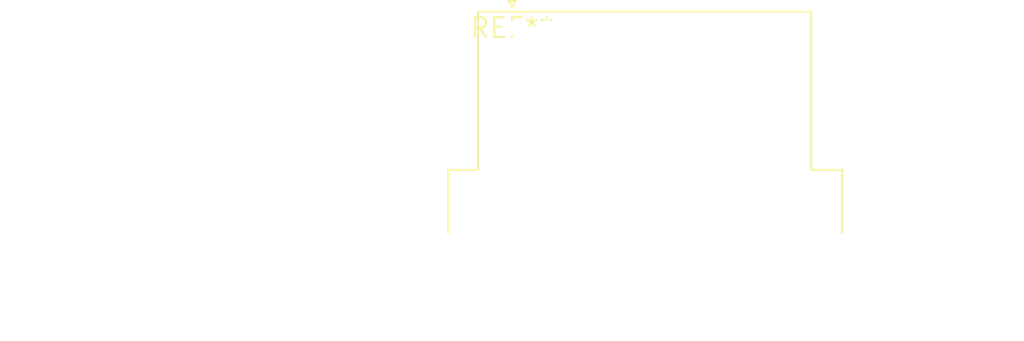
<source format=kicad_pcb>
(kicad_pcb (version 20240108) (generator pcbnew)
  (layers (0 "F.Cu" signal) (31 "B.Cu" signal) (34 "B.Paste" user) (35 "F.Paste" user) (36 "B.SilkS" user "B.Silkscreen") (37 "F.SilkS" user "F.Silkscreen") (38 "B.Mask" user) (39 "F.Mask" user) (44 "Edge.Cuts" user))
  (net 0 "")
  (footprint "DSUB-26-HD_Male_Horizontal_P2.29x1.98mm_EdgePinOffset9.40mm" (layer "F.Cu") (at 0 0)
    (property "Reference" "REF**")
    (property "Value" "DSUB-26-HD_Male_Horizontal_P2.29x1.98mm_EdgePinOffset9.40mm")
    (fp_line (start -4.135 9.2) (end -2.205 9.2) (layer "F.SilkS") (stroke (width 0.12)))
    (fp_line (start -4.135 13.3) (end -4.135 9.2) (layer "F.SilkS") (stroke (width 0.12)))
    (fp_line (start -2.205 -1.06) (end 19.38 -1.06) (layer "F.SilkS") (stroke (width 0.12)))
    (fp_line (start -2.205 9.2) (end -2.205 -1.06) (layer "F.SilkS") (stroke (width 0.12)))
    (fp_line (start -0.25 -1.754338) (end 0.25 -1.754338) (layer "F.SilkS") (stroke (width 0.12)))
    (fp_line (start 0 -1.321325) (end -0.25 -1.754338) (layer "F.SilkS") (stroke (width 0.12)))
    (fp_line (start 0.25 -1.754338) (end 0 -1.321325) (layer "F.SilkS") (stroke (width 0.12)))
    (fp_line (start 19.38 -1.06) (end 19.38 9.2) (layer "F.SilkS") (stroke (width 0.12)))
    (fp_line (start 19.38 9.2) (end 21.385 9.2) (layer "F.SilkS") (stroke (width 0.12)))
    (fp_line (start 21.385 9.2) (end 21.385 13.3) (layer "F.SilkS") (stroke (width 0.12)))
    (pad "1" thru_hole rect (at 0 0) (size 1.6 1.6) (drill 1) (layers *.Cu *.Mask) (remove_unused_layers))
    (pad "2" thru_hole circle (at 2.29 0) (size 1.6 1.6) (drill 1) (layers *.Cu *.Mask) (remove_unused_layers))
    (pad "3" thru_hole circle (at 4.58 0) (size 1.6 1.6) (drill 1) (layers *.Cu *.Mask) (remove_unused_layers))
    (pad "4" thru_hole circle (at 6.87 0) (size 1.6 1.6) (drill 1) (layers *.Cu *.Mask) (remove_unused_layers))
    (pad "5" thru_hole circle (at 9.16 0) (size 1.6 1.6) (drill 1) (layers *.Cu *.Mask) (remove_unused_layers))
    (pad "6" thru_hole circle (at 11.45 0) (size 1.6 1.6) (drill 1) (layers *.Cu *.Mask) (remove_unused_layers))
    (pad "7" thru_hole circle (at 13.74 0) (size 1.6 1.6) (drill 1) (layers *.Cu *.Mask) (remove_unused_layers))
    (pad "8" thru_hole circle (at 16.03 0) (size 1.6 1.6) (drill 1) (layers *.Cu *.Mask) (remove_unused_layers))
    (pad "9" thru_hole circle (at 18.32 0) (size 1.6 1.6) (drill 1) (layers *.Cu *.Mask) (remove_unused_layers))
    (pad "10" thru_hole circle (at -1.145 1.98) (size 1.6 1.6) (drill 1) (layers *.Cu *.Mask) (remove_unused_layers))
    (pad "11" thru_hole circle (at 1.145 1.98) (size 1.6 1.6) (drill 1) (layers *.Cu *.Mask) (remove_unused_layers))
    (pad "12" thru_hole circle (at 3.435 1.98) (size 1.6 1.6) (drill 1) (layers *.Cu *.Mask) (remove_unused_layers))
    (pad "13" thru_hole circle (at 5.725 1.98) (size 1.6 1.6) (drill 1) (layers *.Cu *.Mask) (remove_unused_layers))
    (pad "14" thru_hole circle (at 8.015 1.98) (size 1.6 1.6) (drill 1) (layers *.Cu *.Mask) (remove_unused_layers))
    (pad "15" thru_hole circle (at 10.305 1.98) (size 1.6 1.6) (drill 1) (layers *.Cu *.Mask) (remove_unused_layers))
    (pad "16" thru_hole circle (at 12.595 1.98) (size 1.6 1.6) (drill 1) (layers *.Cu *.Mask) (remove_unused_layers))
    (pad "17" thru_hole circle (at 14.885 1.98) (size 1.6 1.6) (drill 1) (layers *.Cu *.Mask) (remove_unused_layers))
    (pad "18" thru_hole circle (at 17.175 1.98) (size 1.6 1.6) (drill 1) (layers *.Cu *.Mask) (remove_unused_layers))
    (pad "19" thru_hole circle (at 0 3.96) (size 1.6 1.6) (drill 1) (layers *.Cu *.Mask) (remove_unused_layers))
    (pad "20" thru_hole circle (at 2.29 3.96) (size 1.6 1.6) (drill 1) (layers *.Cu *.Mask) (remove_unused_layers))
    (pad "21" thru_hole circle (at 4.58 3.96) (size 1.6 1.6) (drill 1) (layers *.Cu *.Mask) (remove_unused_layers))
    (pad "22" thru_hole circle (at 6.87 3.96) (size 1.6 1.6) (drill 1) (layers *.Cu *.Mask) (remove_unused_layers))
    (pad "23" thru_hole circle (at 9.16 3.96) (size 1.6 1.6) (drill 1) (layers *.Cu *.Mask) (remove_unused_layers))
    (pad "24" thru_hole circle (at 11.45 3.96) (size 1.6 1.6) (drill 1) (layers *.Cu *.Mask) (remove_unused_layers))
    (pad "25" thru_hole circle (at 13.74 3.96) (size 1.6 1.6) (drill 1) (layers *.Cu *.Mask) (remove_unused_layers))
    (pad "26" thru_hole circle (at 16.03 3.96) (size 1.6 1.6) (drill 1) (layers *.Cu *.Mask) (remove_unused_layers))
  )
)
</source>
